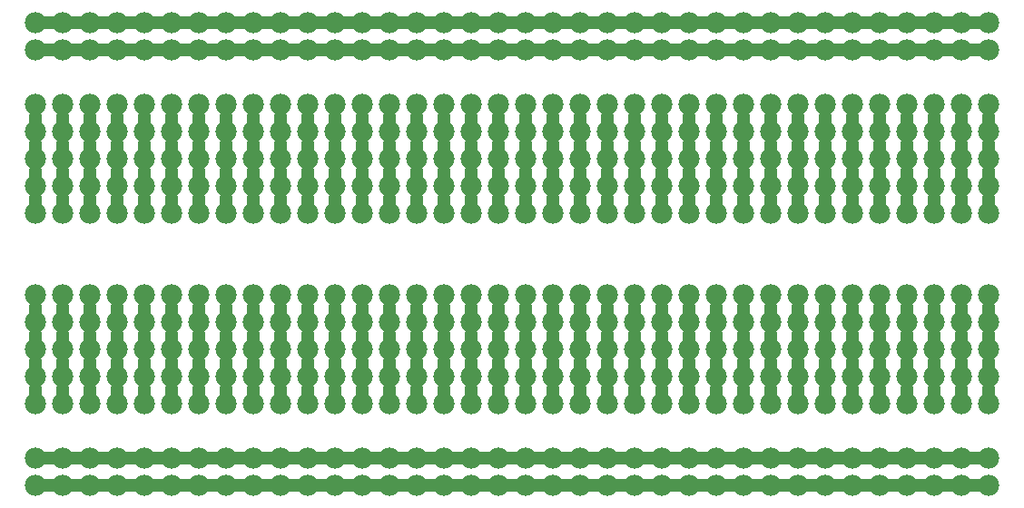
<source format=gbl>
G04 MADE WITH FRITZING*
G04 WWW.FRITZING.ORG*
G04 DOUBLE SIDED*
G04 HOLES PLATED*
G04 CONTOUR ON CENTER OF CONTOUR VECTOR*
%ASAXBY*%
%FSLAX23Y23*%
%MOIN*%
%OFA0B0*%
%SFA1.0B1.0*%
%ADD10C,0.078000*%
%ADD11C,0.048000*%
%LNCOPPER0*%
G90*
G70*
G54D10*
X3731Y1735D03*
X3631Y1735D03*
X3531Y1735D03*
X3431Y1735D03*
X3331Y1735D03*
X3231Y1735D03*
X3131Y1735D03*
X3031Y1735D03*
X2931Y1735D03*
X2831Y1735D03*
X2731Y1735D03*
X2631Y1735D03*
X2531Y1735D03*
X2431Y1735D03*
X2331Y1735D03*
X2231Y1735D03*
X2131Y1735D03*
X2031Y1735D03*
X1931Y1735D03*
X1831Y1735D03*
X1731Y1735D03*
X1631Y1735D03*
X1531Y1735D03*
X1431Y1735D03*
X1331Y1735D03*
X1231Y1735D03*
X1131Y1735D03*
X1031Y1735D03*
X931Y1735D03*
X831Y1735D03*
X731Y1735D03*
X631Y1735D03*
X531Y1735D03*
X431Y1735D03*
X331Y1735D03*
X231Y1735D03*
X3730Y1835D03*
X3630Y1835D03*
X3530Y1835D03*
X3430Y1835D03*
X3330Y1835D03*
X3230Y1835D03*
X3130Y1835D03*
X3030Y1835D03*
X2930Y1835D03*
X2830Y1835D03*
X2730Y1835D03*
X2630Y1835D03*
X2530Y1835D03*
X2430Y1835D03*
X2330Y1835D03*
X2230Y1835D03*
X2130Y1835D03*
X2030Y1835D03*
X1930Y1835D03*
X1830Y1835D03*
X1730Y1835D03*
X1630Y1835D03*
X1530Y1835D03*
X1430Y1835D03*
X1330Y1835D03*
X1230Y1835D03*
X1130Y1835D03*
X1030Y1835D03*
X930Y1835D03*
X830Y1835D03*
X730Y1835D03*
X630Y1835D03*
X530Y1835D03*
X430Y1835D03*
X330Y1835D03*
X230Y1835D03*
X3730Y1435D03*
X3630Y1435D03*
X3530Y1435D03*
X3430Y1435D03*
X3330Y1435D03*
X3230Y1435D03*
X3130Y1435D03*
X3030Y1435D03*
X2930Y1435D03*
X2830Y1435D03*
X2730Y1435D03*
X2630Y1435D03*
X2530Y1435D03*
X2430Y1435D03*
X2330Y1435D03*
X2230Y1435D03*
X2130Y1435D03*
X2030Y1435D03*
X1930Y1435D03*
X1830Y1435D03*
X1730Y1435D03*
X1630Y1435D03*
X1530Y1435D03*
X1430Y1435D03*
X1330Y1435D03*
X1230Y1435D03*
X1130Y1435D03*
X1030Y1435D03*
X930Y1435D03*
X830Y1435D03*
X730Y1435D03*
X630Y1435D03*
X530Y1435D03*
X430Y1435D03*
X330Y1435D03*
X230Y1435D03*
X3730Y1235D03*
X3630Y1235D03*
X3530Y1235D03*
X3430Y1235D03*
X3330Y1235D03*
X3230Y1235D03*
X3130Y1235D03*
X3030Y1235D03*
X2930Y1235D03*
X2830Y1235D03*
X2730Y1235D03*
X2630Y1235D03*
X2530Y1235D03*
X2430Y1235D03*
X2330Y1235D03*
X2230Y1235D03*
X2130Y1235D03*
X2030Y1235D03*
X1930Y1235D03*
X1830Y1235D03*
X1730Y1235D03*
X1630Y1235D03*
X1530Y1235D03*
X1430Y1235D03*
X1330Y1235D03*
X1230Y1235D03*
X1130Y1235D03*
X1030Y1235D03*
X930Y1235D03*
X830Y1235D03*
X730Y1235D03*
X630Y1235D03*
X530Y1235D03*
X430Y1235D03*
X330Y1235D03*
X230Y1235D03*
X3730Y1535D03*
X3630Y1535D03*
X3530Y1535D03*
X3430Y1535D03*
X3330Y1535D03*
X3230Y1535D03*
X3130Y1535D03*
X3030Y1535D03*
X2930Y1535D03*
X2830Y1535D03*
X2730Y1535D03*
X2630Y1535D03*
X2530Y1535D03*
X2430Y1535D03*
X2330Y1535D03*
X2230Y1535D03*
X2130Y1535D03*
X2030Y1535D03*
X1930Y1535D03*
X1830Y1535D03*
X1730Y1535D03*
X1630Y1535D03*
X1530Y1535D03*
X1430Y1535D03*
X1330Y1535D03*
X1230Y1535D03*
X1130Y1535D03*
X1030Y1535D03*
X930Y1535D03*
X830Y1535D03*
X730Y1535D03*
X630Y1535D03*
X530Y1535D03*
X430Y1535D03*
X330Y1535D03*
X230Y1535D03*
X3731Y1335D03*
X3631Y1335D03*
X3531Y1335D03*
X3431Y1335D03*
X3331Y1335D03*
X3231Y1335D03*
X3131Y1335D03*
X3031Y1335D03*
X2931Y1335D03*
X2831Y1335D03*
X2731Y1335D03*
X2631Y1335D03*
X2531Y1335D03*
X2431Y1335D03*
X2331Y1335D03*
X2231Y1335D03*
X2131Y1335D03*
X2031Y1335D03*
X1931Y1335D03*
X1831Y1335D03*
X1731Y1335D03*
X1631Y1335D03*
X1531Y1335D03*
X1431Y1335D03*
X1331Y1335D03*
X1231Y1335D03*
X1131Y1335D03*
X1031Y1335D03*
X931Y1335D03*
X831Y1335D03*
X731Y1335D03*
X631Y1335D03*
X531Y1335D03*
X431Y1335D03*
X331Y1335D03*
X231Y1335D03*
X3730Y1135D03*
X3630Y1135D03*
X3530Y1135D03*
X3430Y1135D03*
X3330Y1135D03*
X3230Y1135D03*
X3130Y1135D03*
X3030Y1135D03*
X2930Y1135D03*
X2830Y1135D03*
X2730Y1135D03*
X2630Y1135D03*
X2530Y1135D03*
X2430Y1135D03*
X2330Y1135D03*
X2230Y1135D03*
X2130Y1135D03*
X2030Y1135D03*
X1930Y1135D03*
X1830Y1135D03*
X1730Y1135D03*
X1630Y1135D03*
X1530Y1135D03*
X1430Y1135D03*
X1330Y1135D03*
X1230Y1135D03*
X1130Y1135D03*
X1030Y1135D03*
X930Y1135D03*
X830Y1135D03*
X730Y1135D03*
X630Y1135D03*
X530Y1135D03*
X430Y1135D03*
X330Y1135D03*
X230Y1135D03*
X3731Y136D03*
X3631Y136D03*
X3531Y136D03*
X3431Y136D03*
X3331Y136D03*
X3231Y136D03*
X3131Y136D03*
X3031Y136D03*
X2931Y136D03*
X2831Y136D03*
X2731Y136D03*
X2631Y136D03*
X2531Y136D03*
X2431Y136D03*
X2331Y136D03*
X2231Y136D03*
X2131Y136D03*
X2031Y136D03*
X1931Y136D03*
X1831Y136D03*
X1731Y136D03*
X1631Y136D03*
X1531Y136D03*
X1431Y136D03*
X1331Y136D03*
X1231Y136D03*
X1131Y136D03*
X1031Y136D03*
X931Y136D03*
X831Y136D03*
X731Y136D03*
X631Y136D03*
X531Y136D03*
X431Y136D03*
X331Y136D03*
X231Y136D03*
X3730Y236D03*
X3630Y236D03*
X3530Y236D03*
X3430Y236D03*
X3330Y236D03*
X3230Y236D03*
X3130Y236D03*
X3030Y236D03*
X2930Y236D03*
X2830Y236D03*
X2730Y236D03*
X2630Y236D03*
X2530Y236D03*
X2430Y236D03*
X2330Y236D03*
X2230Y236D03*
X2130Y236D03*
X2030Y236D03*
X1930Y236D03*
X1830Y236D03*
X1730Y236D03*
X1630Y236D03*
X1530Y236D03*
X1430Y236D03*
X1330Y236D03*
X1230Y236D03*
X1130Y236D03*
X1030Y236D03*
X930Y236D03*
X830Y236D03*
X730Y236D03*
X630Y236D03*
X530Y236D03*
X430Y236D03*
X330Y236D03*
X230Y236D03*
X3730Y635D03*
X3630Y635D03*
X3530Y635D03*
X3430Y635D03*
X3330Y635D03*
X3230Y635D03*
X3130Y635D03*
X3030Y635D03*
X2930Y635D03*
X2830Y635D03*
X2730Y635D03*
X2630Y635D03*
X2530Y635D03*
X2430Y635D03*
X2330Y635D03*
X2230Y635D03*
X2130Y635D03*
X2030Y635D03*
X1930Y635D03*
X1830Y635D03*
X1730Y635D03*
X1630Y635D03*
X1530Y635D03*
X1430Y635D03*
X1330Y635D03*
X1230Y635D03*
X1130Y635D03*
X1030Y635D03*
X930Y635D03*
X830Y635D03*
X730Y635D03*
X630Y635D03*
X530Y635D03*
X430Y635D03*
X330Y635D03*
X230Y635D03*
X3730Y435D03*
X3630Y435D03*
X3530Y435D03*
X3430Y435D03*
X3330Y435D03*
X3230Y435D03*
X3130Y435D03*
X3030Y435D03*
X2930Y435D03*
X2830Y435D03*
X2730Y435D03*
X2630Y435D03*
X2530Y435D03*
X2430Y435D03*
X2330Y435D03*
X2230Y435D03*
X2130Y435D03*
X2030Y435D03*
X1930Y435D03*
X1830Y435D03*
X1730Y435D03*
X1630Y435D03*
X1530Y435D03*
X1430Y435D03*
X1330Y435D03*
X1230Y435D03*
X1130Y435D03*
X1030Y435D03*
X930Y435D03*
X830Y435D03*
X730Y435D03*
X630Y435D03*
X530Y435D03*
X430Y435D03*
X330Y435D03*
X230Y435D03*
X3730Y735D03*
X3630Y735D03*
X3530Y735D03*
X3430Y735D03*
X3330Y735D03*
X3230Y735D03*
X3130Y735D03*
X3030Y735D03*
X2930Y735D03*
X2830Y735D03*
X2730Y735D03*
X2630Y735D03*
X2530Y735D03*
X2430Y735D03*
X2330Y735D03*
X2230Y735D03*
X2130Y735D03*
X2030Y735D03*
X1930Y735D03*
X1830Y735D03*
X1730Y735D03*
X1630Y735D03*
X1530Y735D03*
X1430Y735D03*
X1330Y735D03*
X1230Y735D03*
X1130Y735D03*
X1030Y735D03*
X930Y735D03*
X830Y735D03*
X730Y735D03*
X630Y735D03*
X530Y735D03*
X430Y735D03*
X330Y735D03*
X230Y735D03*
X3730Y835D03*
X3630Y835D03*
X3530Y835D03*
X3430Y835D03*
X3330Y835D03*
X3230Y835D03*
X3130Y835D03*
X3030Y835D03*
X2930Y835D03*
X2830Y835D03*
X2730Y835D03*
X2630Y835D03*
X2530Y835D03*
X2430Y835D03*
X2330Y835D03*
X2230Y835D03*
X2130Y835D03*
X2030Y835D03*
X1930Y835D03*
X1830Y835D03*
X1730Y835D03*
X1630Y835D03*
X1530Y835D03*
X1430Y835D03*
X1330Y835D03*
X1230Y835D03*
X1130Y835D03*
X1030Y835D03*
X930Y835D03*
X830Y835D03*
X730Y835D03*
X630Y835D03*
X530Y835D03*
X430Y835D03*
X330Y835D03*
X230Y835D03*
X3729Y535D03*
X3629Y535D03*
X3529Y535D03*
X3429Y535D03*
X3329Y535D03*
X3229Y535D03*
X3129Y535D03*
X3029Y535D03*
X2929Y535D03*
X2829Y535D03*
X2729Y535D03*
X2629Y535D03*
X2529Y535D03*
X2429Y535D03*
X2329Y535D03*
X2229Y535D03*
X2129Y535D03*
X2029Y535D03*
X1929Y535D03*
X1829Y535D03*
X1729Y535D03*
X1629Y535D03*
X1529Y535D03*
X1429Y535D03*
X1329Y535D03*
X1229Y535D03*
X1129Y535D03*
X1029Y535D03*
X929Y535D03*
X829Y535D03*
X729Y535D03*
X629Y535D03*
X529Y535D03*
X429Y535D03*
X329Y535D03*
X229Y535D03*
G54D11*
X272Y1835D02*
X289Y1835D01*
D02*
X372Y1835D02*
X389Y1835D01*
D02*
X472Y1835D02*
X489Y1835D01*
D02*
X572Y1835D02*
X589Y1835D01*
D02*
X672Y1835D02*
X689Y1835D01*
D02*
X772Y1835D02*
X789Y1835D01*
D02*
X872Y1835D02*
X889Y1835D01*
D02*
X972Y1835D02*
X989Y1835D01*
D02*
X1072Y1835D02*
X1089Y1835D01*
D02*
X1172Y1835D02*
X1189Y1835D01*
D02*
X1272Y1835D02*
X1289Y1835D01*
D02*
X1372Y1835D02*
X1389Y1835D01*
D02*
X1472Y1835D02*
X1489Y1835D01*
D02*
X1572Y1835D02*
X1589Y1835D01*
D02*
X1672Y1835D02*
X1689Y1835D01*
D02*
X1772Y1835D02*
X1789Y1835D01*
D02*
X1872Y1835D02*
X1889Y1835D01*
D02*
X1972Y1835D02*
X1989Y1835D01*
D02*
X2072Y1835D02*
X2089Y1835D01*
D02*
X2172Y1835D02*
X2189Y1835D01*
D02*
X2272Y1835D02*
X2289Y1835D01*
D02*
X2372Y1835D02*
X2389Y1835D01*
D02*
X2472Y1835D02*
X2489Y1835D01*
D02*
X2572Y1835D02*
X2589Y1835D01*
D02*
X2672Y1835D02*
X2689Y1835D01*
D02*
X2772Y1835D02*
X2789Y1835D01*
D02*
X2872Y1835D02*
X2889Y1835D01*
D02*
X2972Y1835D02*
X2989Y1835D01*
D02*
X3072Y1835D02*
X3089Y1835D01*
D02*
X3172Y1835D02*
X3189Y1835D01*
D02*
X3272Y1835D02*
X3289Y1835D01*
D02*
X3372Y1835D02*
X3389Y1835D01*
D02*
X3472Y1835D02*
X3489Y1835D01*
D02*
X3572Y1835D02*
X3589Y1835D01*
D02*
X3672Y1835D02*
X3689Y1835D01*
D02*
X272Y1735D02*
X290Y1735D01*
D02*
X372Y1735D02*
X390Y1735D01*
D02*
X472Y1735D02*
X490Y1735D01*
D02*
X572Y1735D02*
X590Y1735D01*
D02*
X672Y1735D02*
X690Y1735D01*
D02*
X772Y1735D02*
X790Y1735D01*
D02*
X872Y1735D02*
X890Y1735D01*
D02*
X972Y1735D02*
X990Y1735D01*
D02*
X1072Y1735D02*
X1090Y1735D01*
D02*
X1172Y1735D02*
X1190Y1735D01*
D02*
X1272Y1735D02*
X1290Y1735D01*
D02*
X1372Y1735D02*
X1390Y1735D01*
D02*
X1472Y1735D02*
X1490Y1735D01*
D02*
X1572Y1735D02*
X1590Y1735D01*
D02*
X1672Y1735D02*
X1690Y1735D01*
D02*
X1772Y1735D02*
X1790Y1735D01*
D02*
X1872Y1735D02*
X1890Y1735D01*
D02*
X1972Y1735D02*
X1990Y1735D01*
D02*
X2072Y1735D02*
X2090Y1735D01*
D02*
X2172Y1735D02*
X2190Y1735D01*
D02*
X2272Y1735D02*
X2290Y1735D01*
D02*
X2372Y1735D02*
X2390Y1735D01*
D02*
X2472Y1735D02*
X2490Y1735D01*
D02*
X2572Y1735D02*
X2590Y1735D01*
D02*
X2672Y1735D02*
X2690Y1735D01*
D02*
X2772Y1735D02*
X2790Y1735D01*
D02*
X2872Y1735D02*
X2890Y1735D01*
D02*
X2972Y1735D02*
X2990Y1735D01*
D02*
X3072Y1735D02*
X3090Y1735D01*
D02*
X3172Y1735D02*
X3190Y1735D01*
D02*
X3272Y1735D02*
X3290Y1735D01*
D02*
X3372Y1735D02*
X3390Y1735D01*
D02*
X3472Y1735D02*
X3490Y1735D01*
D02*
X3572Y1735D02*
X3590Y1735D01*
D02*
X3672Y1735D02*
X3690Y1735D01*
D02*
X230Y1176D02*
X230Y1194D01*
D02*
X230Y1276D02*
X230Y1294D01*
D02*
X230Y1376D02*
X230Y1394D01*
D02*
X230Y1476D02*
X230Y1494D01*
D02*
X330Y1176D02*
X330Y1194D01*
D02*
X330Y1276D02*
X330Y1294D01*
D02*
X330Y1376D02*
X330Y1394D01*
D02*
X330Y1476D02*
X330Y1494D01*
D02*
X430Y1176D02*
X430Y1194D01*
D02*
X430Y1276D02*
X430Y1294D01*
D02*
X430Y1376D02*
X430Y1394D01*
D02*
X430Y1476D02*
X430Y1494D01*
D02*
X530Y1176D02*
X530Y1194D01*
D02*
X530Y1276D02*
X530Y1294D01*
D02*
X530Y1376D02*
X530Y1394D01*
D02*
X530Y1476D02*
X530Y1494D01*
D02*
X630Y1176D02*
X630Y1194D01*
D02*
X630Y1276D02*
X630Y1294D01*
D02*
X630Y1376D02*
X630Y1394D01*
D02*
X630Y1476D02*
X630Y1494D01*
D02*
X730Y1176D02*
X730Y1194D01*
D02*
X730Y1276D02*
X730Y1294D01*
D02*
X730Y1376D02*
X730Y1394D01*
D02*
X730Y1476D02*
X730Y1494D01*
D02*
X830Y1176D02*
X830Y1194D01*
D02*
X830Y1276D02*
X830Y1294D01*
D02*
X830Y1376D02*
X830Y1394D01*
D02*
X830Y1476D02*
X830Y1494D01*
D02*
X930Y1176D02*
X930Y1194D01*
D02*
X930Y1276D02*
X930Y1294D01*
D02*
X930Y1376D02*
X930Y1394D01*
D02*
X930Y1476D02*
X930Y1494D01*
D02*
X1030Y1176D02*
X1030Y1194D01*
D02*
X1030Y1276D02*
X1030Y1294D01*
D02*
X1030Y1376D02*
X1030Y1394D01*
D02*
X1030Y1476D02*
X1030Y1494D01*
D02*
X1130Y1176D02*
X1130Y1194D01*
D02*
X1130Y1276D02*
X1130Y1294D01*
D02*
X1130Y1376D02*
X1130Y1394D01*
D02*
X1130Y1476D02*
X1130Y1494D01*
D02*
X1230Y1176D02*
X1230Y1194D01*
D02*
X1230Y1276D02*
X1230Y1294D01*
D02*
X1230Y1376D02*
X1230Y1394D01*
D02*
X1230Y1476D02*
X1230Y1494D01*
D02*
X1330Y1176D02*
X1330Y1194D01*
D02*
X1330Y1276D02*
X1330Y1294D01*
D02*
X1330Y1376D02*
X1330Y1394D01*
D02*
X1330Y1476D02*
X1330Y1494D01*
D02*
X1430Y1176D02*
X1430Y1194D01*
D02*
X1430Y1276D02*
X1430Y1294D01*
D02*
X1430Y1376D02*
X1430Y1394D01*
D02*
X1430Y1476D02*
X1430Y1494D01*
D02*
X1530Y1176D02*
X1530Y1194D01*
D02*
X1530Y1276D02*
X1530Y1294D01*
D02*
X1530Y1376D02*
X1530Y1394D01*
D02*
X1530Y1476D02*
X1530Y1494D01*
D02*
X1630Y1176D02*
X1630Y1194D01*
D02*
X1630Y1276D02*
X1630Y1294D01*
D02*
X1630Y1376D02*
X1630Y1394D01*
D02*
X1630Y1476D02*
X1630Y1494D01*
D02*
X1730Y1176D02*
X1730Y1194D01*
D02*
X1730Y1276D02*
X1730Y1294D01*
D02*
X1730Y1376D02*
X1730Y1394D01*
D02*
X1730Y1476D02*
X1730Y1494D01*
D02*
X1830Y1176D02*
X1830Y1194D01*
D02*
X1830Y1276D02*
X1830Y1294D01*
D02*
X1830Y1376D02*
X1830Y1394D01*
D02*
X1830Y1476D02*
X1830Y1494D01*
D02*
X1930Y1176D02*
X1930Y1194D01*
D02*
X1930Y1276D02*
X1930Y1294D01*
D02*
X1930Y1376D02*
X1930Y1394D01*
D02*
X1930Y1476D02*
X1930Y1494D01*
D02*
X2030Y1176D02*
X2030Y1194D01*
D02*
X2030Y1276D02*
X2030Y1294D01*
D02*
X2030Y1376D02*
X2030Y1394D01*
D02*
X2030Y1476D02*
X2030Y1494D01*
D02*
X2130Y1176D02*
X2130Y1194D01*
D02*
X2130Y1276D02*
X2130Y1294D01*
D02*
X2130Y1376D02*
X2130Y1394D01*
D02*
X2130Y1476D02*
X2130Y1494D01*
D02*
X2230Y1176D02*
X2230Y1194D01*
D02*
X2230Y1276D02*
X2230Y1294D01*
D02*
X2230Y1376D02*
X2230Y1394D01*
D02*
X2230Y1476D02*
X2230Y1494D01*
D02*
X2330Y1176D02*
X2330Y1194D01*
D02*
X2330Y1276D02*
X2330Y1294D01*
D02*
X2330Y1376D02*
X2330Y1394D01*
D02*
X2330Y1476D02*
X2330Y1494D01*
D02*
X2430Y1176D02*
X2430Y1194D01*
D02*
X2430Y1276D02*
X2430Y1294D01*
D02*
X2430Y1376D02*
X2430Y1394D01*
D02*
X2430Y1476D02*
X2430Y1494D01*
D02*
X2530Y1176D02*
X2530Y1194D01*
D02*
X2530Y1276D02*
X2530Y1294D01*
D02*
X2530Y1376D02*
X2530Y1394D01*
D02*
X2530Y1476D02*
X2530Y1494D01*
D02*
X2630Y1176D02*
X2630Y1194D01*
D02*
X2630Y1276D02*
X2630Y1294D01*
D02*
X2630Y1376D02*
X2630Y1394D01*
D02*
X2630Y1476D02*
X2630Y1494D01*
D02*
X2730Y1176D02*
X2730Y1194D01*
D02*
X2730Y1276D02*
X2730Y1294D01*
D02*
X2730Y1376D02*
X2730Y1394D01*
D02*
X2730Y1476D02*
X2730Y1494D01*
D02*
X2830Y1176D02*
X2830Y1194D01*
D02*
X2830Y1276D02*
X2830Y1294D01*
D02*
X2830Y1376D02*
X2830Y1394D01*
D02*
X2830Y1476D02*
X2830Y1494D01*
D02*
X2930Y1176D02*
X2930Y1194D01*
D02*
X2930Y1276D02*
X2930Y1294D01*
D02*
X2930Y1376D02*
X2930Y1394D01*
D02*
X2930Y1476D02*
X2930Y1494D01*
D02*
X3030Y1176D02*
X3030Y1194D01*
D02*
X3030Y1276D02*
X3030Y1294D01*
D02*
X3030Y1376D02*
X3030Y1394D01*
D02*
X3030Y1476D02*
X3030Y1494D01*
D02*
X3130Y1176D02*
X3130Y1194D01*
D02*
X3130Y1276D02*
X3130Y1294D01*
D02*
X3130Y1376D02*
X3130Y1394D01*
D02*
X3130Y1476D02*
X3130Y1494D01*
D02*
X3230Y1176D02*
X3230Y1194D01*
D02*
X3230Y1276D02*
X3230Y1294D01*
D02*
X3230Y1376D02*
X3230Y1394D01*
D02*
X3230Y1476D02*
X3230Y1494D01*
D02*
X3330Y1176D02*
X3330Y1194D01*
D02*
X3330Y1276D02*
X3330Y1294D01*
D02*
X3330Y1376D02*
X3330Y1394D01*
D02*
X3330Y1476D02*
X3330Y1494D01*
D02*
X3430Y1176D02*
X3430Y1194D01*
D02*
X3430Y1276D02*
X3430Y1294D01*
D02*
X3430Y1376D02*
X3430Y1394D01*
D02*
X3430Y1476D02*
X3430Y1494D01*
D02*
X3530Y1176D02*
X3530Y1194D01*
D02*
X3530Y1276D02*
X3530Y1294D01*
D02*
X3530Y1376D02*
X3530Y1394D01*
D02*
X3530Y1476D02*
X3530Y1494D01*
D02*
X3630Y1176D02*
X3630Y1194D01*
D02*
X3630Y1276D02*
X3630Y1294D01*
D02*
X3630Y1376D02*
X3630Y1394D01*
D02*
X3630Y1476D02*
X3630Y1494D01*
D02*
X3730Y1176D02*
X3730Y1194D01*
D02*
X3730Y1276D02*
X3730Y1294D01*
D02*
X3730Y1376D02*
X3730Y1394D01*
D02*
X3730Y1476D02*
X3730Y1494D01*
D02*
X271Y236D02*
X289Y236D01*
D02*
X371Y236D02*
X389Y236D01*
D02*
X471Y236D02*
X489Y236D01*
D02*
X571Y236D02*
X589Y236D01*
D02*
X671Y236D02*
X689Y236D01*
D02*
X771Y236D02*
X789Y236D01*
D02*
X871Y236D02*
X889Y236D01*
D02*
X971Y236D02*
X989Y236D01*
D02*
X1071Y236D02*
X1089Y236D01*
D02*
X1171Y236D02*
X1189Y236D01*
D02*
X1271Y236D02*
X1289Y236D01*
D02*
X1371Y236D02*
X1389Y236D01*
D02*
X1471Y236D02*
X1489Y236D01*
D02*
X1571Y236D02*
X1589Y236D01*
D02*
X1671Y236D02*
X1689Y236D01*
D02*
X1771Y236D02*
X1789Y236D01*
D02*
X1871Y236D02*
X1889Y236D01*
D02*
X1971Y236D02*
X1989Y236D01*
D02*
X2071Y236D02*
X2089Y236D01*
D02*
X2171Y236D02*
X2189Y236D01*
D02*
X2271Y236D02*
X2289Y236D01*
D02*
X2371Y236D02*
X2389Y236D01*
D02*
X2471Y236D02*
X2489Y236D01*
D02*
X2571Y236D02*
X2589Y236D01*
D02*
X2671Y236D02*
X2689Y236D01*
D02*
X2771Y236D02*
X2789Y236D01*
D02*
X2871Y236D02*
X2889Y236D01*
D02*
X2971Y236D02*
X2989Y236D01*
D02*
X3071Y236D02*
X3089Y236D01*
D02*
X3171Y236D02*
X3189Y236D01*
D02*
X3271Y236D02*
X3289Y236D01*
D02*
X3371Y236D02*
X3389Y236D01*
D02*
X3471Y236D02*
X3489Y236D01*
D02*
X3571Y236D02*
X3589Y236D01*
D02*
X3671Y236D02*
X3689Y236D01*
D02*
X272Y136D02*
X289Y136D01*
D02*
X372Y136D02*
X389Y136D01*
D02*
X472Y136D02*
X489Y136D01*
D02*
X572Y136D02*
X589Y136D01*
D02*
X672Y136D02*
X689Y136D01*
D02*
X772Y136D02*
X789Y136D01*
D02*
X872Y136D02*
X889Y136D01*
D02*
X972Y136D02*
X989Y136D01*
D02*
X1072Y136D02*
X1089Y136D01*
D02*
X1172Y136D02*
X1189Y136D01*
D02*
X1272Y136D02*
X1289Y136D01*
D02*
X1372Y136D02*
X1389Y136D01*
D02*
X1472Y136D02*
X1489Y136D01*
D02*
X1572Y136D02*
X1589Y136D01*
D02*
X1672Y136D02*
X1689Y136D01*
D02*
X1772Y136D02*
X1789Y136D01*
D02*
X1872Y136D02*
X1889Y136D01*
D02*
X1972Y136D02*
X1989Y136D01*
D02*
X2072Y136D02*
X2089Y136D01*
D02*
X2172Y136D02*
X2189Y136D01*
D02*
X2272Y136D02*
X2289Y136D01*
D02*
X2372Y136D02*
X2389Y136D01*
D02*
X2472Y136D02*
X2489Y136D01*
D02*
X2572Y136D02*
X2589Y136D01*
D02*
X2672Y136D02*
X2689Y136D01*
D02*
X2772Y136D02*
X2789Y136D01*
D02*
X2872Y136D02*
X2889Y136D01*
D02*
X2972Y136D02*
X2989Y136D01*
D02*
X3072Y136D02*
X3089Y136D01*
D02*
X3172Y136D02*
X3189Y136D01*
D02*
X3272Y136D02*
X3289Y136D01*
D02*
X3372Y136D02*
X3389Y136D01*
D02*
X3472Y136D02*
X3489Y136D01*
D02*
X3572Y136D02*
X3589Y136D01*
D02*
X3672Y136D02*
X3689Y136D01*
D02*
X230Y777D02*
X230Y794D01*
D02*
X230Y694D02*
X230Y677D01*
D02*
X230Y594D02*
X230Y576D01*
D02*
X230Y494D02*
X230Y476D01*
D02*
X330Y476D02*
X330Y494D01*
D02*
X330Y576D02*
X330Y594D01*
D02*
X330Y677D02*
X330Y694D01*
D02*
X330Y777D02*
X330Y794D01*
D02*
X430Y476D02*
X430Y494D01*
D02*
X430Y576D02*
X430Y594D01*
D02*
X430Y677D02*
X430Y694D01*
D02*
X430Y777D02*
X430Y794D01*
D02*
X530Y476D02*
X530Y494D01*
D02*
X530Y576D02*
X530Y594D01*
D02*
X530Y677D02*
X530Y694D01*
D02*
X530Y777D02*
X530Y794D01*
D02*
X630Y476D02*
X630Y494D01*
D02*
X630Y576D02*
X630Y594D01*
D02*
X630Y677D02*
X630Y694D01*
D02*
X630Y777D02*
X630Y794D01*
D02*
X730Y476D02*
X730Y494D01*
D02*
X730Y576D02*
X730Y594D01*
D02*
X730Y677D02*
X730Y694D01*
D02*
X730Y777D02*
X730Y794D01*
D02*
X830Y476D02*
X830Y494D01*
D02*
X830Y576D02*
X830Y594D01*
D02*
X830Y677D02*
X830Y694D01*
D02*
X830Y777D02*
X830Y794D01*
D02*
X930Y476D02*
X930Y494D01*
D02*
X930Y576D02*
X930Y594D01*
D02*
X930Y677D02*
X930Y694D01*
D02*
X930Y777D02*
X930Y794D01*
D02*
X1030Y476D02*
X1030Y494D01*
D02*
X1030Y576D02*
X1030Y594D01*
D02*
X1030Y677D02*
X1030Y694D01*
D02*
X1030Y777D02*
X1030Y794D01*
D02*
X1130Y476D02*
X1130Y494D01*
D02*
X1130Y576D02*
X1130Y594D01*
D02*
X1130Y677D02*
X1130Y694D01*
D02*
X1130Y777D02*
X1130Y794D01*
D02*
X1230Y476D02*
X1230Y494D01*
D02*
X1230Y576D02*
X1230Y594D01*
D02*
X1230Y677D02*
X1230Y694D01*
D02*
X1230Y777D02*
X1230Y794D01*
D02*
X1330Y476D02*
X1330Y494D01*
D02*
X1330Y576D02*
X1330Y594D01*
D02*
X1330Y677D02*
X1330Y694D01*
D02*
X1330Y777D02*
X1330Y794D01*
D02*
X1430Y476D02*
X1430Y494D01*
D02*
X1430Y576D02*
X1430Y594D01*
D02*
X1430Y677D02*
X1430Y694D01*
D02*
X1430Y777D02*
X1430Y794D01*
D02*
X1530Y476D02*
X1530Y494D01*
D02*
X1530Y576D02*
X1530Y594D01*
D02*
X1530Y677D02*
X1530Y694D01*
D02*
X1530Y777D02*
X1530Y794D01*
D02*
X1630Y476D02*
X1630Y494D01*
D02*
X1630Y576D02*
X1630Y594D01*
D02*
X1630Y677D02*
X1630Y694D01*
D02*
X1630Y777D02*
X1630Y794D01*
D02*
X1730Y476D02*
X1730Y494D01*
D02*
X1730Y576D02*
X1730Y594D01*
D02*
X1730Y677D02*
X1730Y694D01*
D02*
X1730Y777D02*
X1730Y794D01*
D02*
X1830Y476D02*
X1830Y494D01*
D02*
X1830Y576D02*
X1830Y594D01*
D02*
X1830Y677D02*
X1830Y694D01*
D02*
X1830Y777D02*
X1830Y794D01*
D02*
X1930Y476D02*
X1930Y494D01*
D02*
X1930Y576D02*
X1930Y594D01*
D02*
X1930Y677D02*
X1930Y694D01*
D02*
X1930Y777D02*
X1930Y794D01*
D02*
X2030Y476D02*
X2030Y494D01*
D02*
X2030Y576D02*
X2030Y594D01*
D02*
X2030Y677D02*
X2030Y694D01*
D02*
X2030Y777D02*
X2030Y794D01*
D02*
X2130Y476D02*
X2130Y494D01*
D02*
X2130Y576D02*
X2130Y594D01*
D02*
X2130Y677D02*
X2130Y694D01*
D02*
X2130Y777D02*
X2130Y794D01*
D02*
X2230Y476D02*
X2230Y494D01*
D02*
X2230Y576D02*
X2230Y594D01*
D02*
X2230Y677D02*
X2230Y694D01*
D02*
X2230Y777D02*
X2230Y794D01*
D02*
X2330Y476D02*
X2330Y494D01*
D02*
X2330Y576D02*
X2330Y594D01*
D02*
X2330Y677D02*
X2330Y694D01*
D02*
X2330Y777D02*
X2330Y794D01*
D02*
X2430Y476D02*
X2430Y494D01*
D02*
X2430Y576D02*
X2430Y594D01*
D02*
X2430Y677D02*
X2430Y694D01*
D02*
X2430Y777D02*
X2430Y794D01*
D02*
X2530Y476D02*
X2530Y494D01*
D02*
X2530Y576D02*
X2530Y594D01*
D02*
X2530Y677D02*
X2530Y694D01*
D02*
X2530Y777D02*
X2530Y794D01*
D02*
X2630Y476D02*
X2630Y494D01*
D02*
X2630Y576D02*
X2630Y594D01*
D02*
X2630Y677D02*
X2630Y694D01*
D02*
X2630Y777D02*
X2630Y794D01*
D02*
X2730Y476D02*
X2730Y494D01*
D02*
X2730Y576D02*
X2730Y594D01*
D02*
X2730Y677D02*
X2730Y694D01*
D02*
X2730Y777D02*
X2730Y794D01*
D02*
X2830Y476D02*
X2830Y494D01*
D02*
X2830Y576D02*
X2830Y594D01*
D02*
X2830Y677D02*
X2830Y694D01*
D02*
X2830Y777D02*
X2830Y794D01*
D02*
X2930Y476D02*
X2930Y494D01*
D02*
X2930Y576D02*
X2930Y594D01*
D02*
X2930Y677D02*
X2930Y694D01*
D02*
X2930Y777D02*
X2930Y794D01*
D02*
X3030Y476D02*
X3030Y494D01*
D02*
X3030Y576D02*
X3030Y594D01*
D02*
X3030Y677D02*
X3030Y694D01*
D02*
X3030Y777D02*
X3030Y794D01*
D02*
X3130Y476D02*
X3130Y494D01*
D02*
X3130Y576D02*
X3130Y594D01*
D02*
X3130Y677D02*
X3130Y694D01*
D02*
X3130Y777D02*
X3130Y794D01*
D02*
X3230Y476D02*
X3230Y494D01*
D02*
X3230Y576D02*
X3230Y594D01*
D02*
X3230Y677D02*
X3230Y694D01*
D02*
X3230Y777D02*
X3230Y794D01*
D02*
X3330Y476D02*
X3330Y494D01*
D02*
X3330Y576D02*
X3330Y594D01*
D02*
X3330Y677D02*
X3330Y694D01*
D02*
X3330Y777D02*
X3330Y794D01*
D02*
X3430Y476D02*
X3430Y494D01*
D02*
X3430Y576D02*
X3430Y594D01*
D02*
X3430Y677D02*
X3430Y694D01*
D02*
X3430Y777D02*
X3430Y794D01*
D02*
X3530Y476D02*
X3530Y494D01*
D02*
X3530Y576D02*
X3530Y594D01*
D02*
X3530Y677D02*
X3530Y694D01*
D02*
X3530Y777D02*
X3530Y794D01*
D02*
X3630Y476D02*
X3630Y494D01*
D02*
X3630Y576D02*
X3630Y594D01*
D02*
X3630Y677D02*
X3630Y694D01*
D02*
X3630Y777D02*
X3630Y794D01*
D02*
X3730Y476D02*
X3730Y494D01*
D02*
X3730Y576D02*
X3730Y594D01*
D02*
X3730Y677D02*
X3730Y694D01*
D02*
X3730Y777D02*
X3730Y794D01*
G04 End of Copper0*
M02*
</source>
